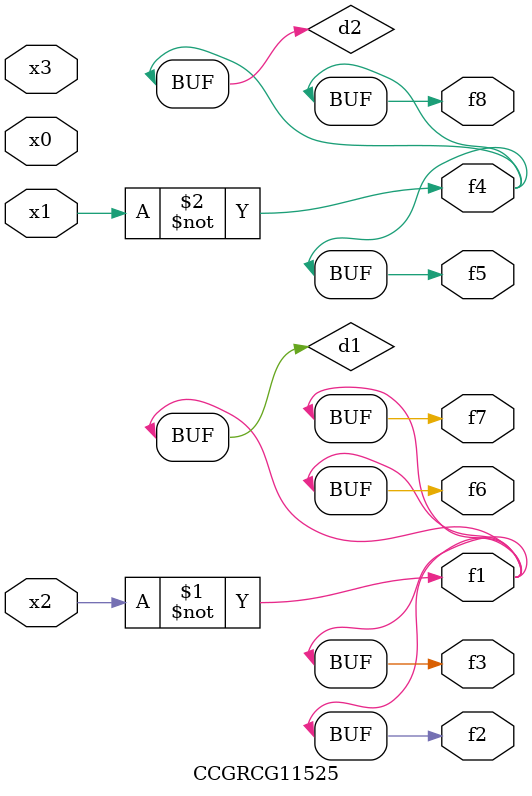
<source format=v>
module CCGRCG11525(
	input x0, x1, x2, x3,
	output f1, f2, f3, f4, f5, f6, f7, f8
);

	wire d1, d2;

	xnor (d1, x2);
	not (d2, x1);
	assign f1 = d1;
	assign f2 = d1;
	assign f3 = d1;
	assign f4 = d2;
	assign f5 = d2;
	assign f6 = d1;
	assign f7 = d1;
	assign f8 = d2;
endmodule

</source>
